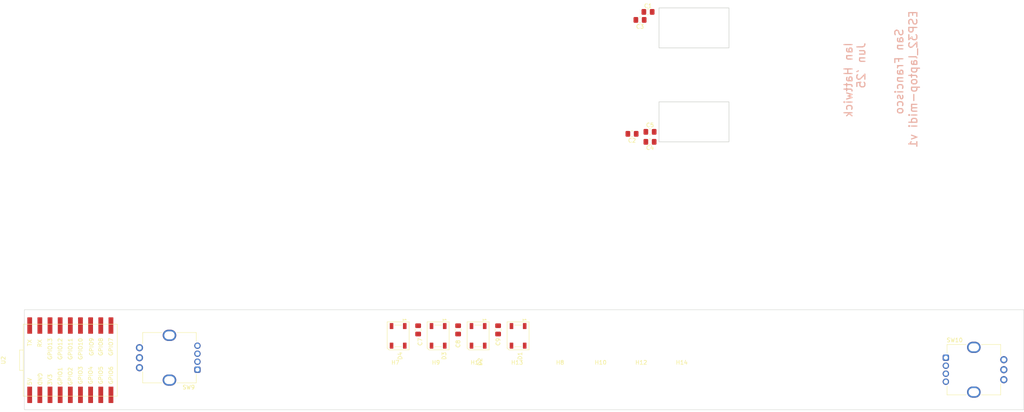
<source format=kicad_pcb>
(kicad_pcb (version 20240108) (generator "pcbnew") (generator_version "8.0")
  (layers (0 "F.Cu" signal) (31 "B.Cu" signal) (34 "B.Paste" user) (35 "F.Paste" user) (36 "B.SilkS" user "B.Silkscreen") (37 "F.SilkS" user "F.Silkscreen") (38 "B.Mask" user) (39 "F.Mask" user) (44 "Edge.Cuts" user))
  (net 0 "")
  (net 1 "/A1")
  (net 2 "+3.3V")
  (net 3 "GND")
  (net 4 "/A2")
  (net 5 "/A3")
  (net 6 "/A0")
  (net 7 "/A8")
  (net 8 "/A9")
  (net 9 "/D0")
  (net 10 "+5V")
  (net 11 "/DI")
  (net 12 "Net-(D1-DOUT)")
  (net 13 "Net-(D2-DOUT)")
  (net 14 "Net-(D3-DOUT)")
  (net 16 "/EncA1")
  (net 17 "/EncB2")
  (net 18 "/EncB1")
  (net 19 "/EncA2")
  (footprint "MountingHole:MountingHole_4.3mm_M4" (layer "F.Cu") (at 154 118.5)
    (property "Reference" "H8" (at 0 -5.3 0) (layer "F.SilkS"))
    (property "Value" "MountingHole_Pad")
    (pad "" np_thru_hole circle (at 0 0) (size 4.3 4.3) (drill 4.3) (layers "*.Cu" "*.Mask"))
  )
  (footprint "MountingHole:MountingHole_4.3mm_M4" (layer "F.Cu") (at 164.15 118.5)
    (property "Reference" "H10" (at 0 -5.3 0) (layer "F.SilkS"))
    (property "Value" "MountingHole_Pad")
    (pad "" np_thru_hole circle (at 0 0) (size 4.3 4.3) (drill 4.3) (layers "*.Cu" "*.Mask"))
  )
  (footprint "LED_SMD:LED_WS2812B_PLCC4_5.0x5.0mm_P3.2mm" (layer "F.Cu") (at 123.5 106.5375 -90)
    (property "Reference" "D3" (at 5 -1.5 90) (layer "F.SilkS"))
    (property "Value" "WS2812B")
    (fp_line (start -3.5 2.75) (end 3.05 2.75) (stroke (width 0.12)) (layer "F.SilkS"))
    (fp_line (start 3.05 2.75) (end 3.5 2.3) (stroke (width 0.12)) (layer "F.SilkS"))
    (fp_line (start 3.5 2.3) (end 3.5 -2.75) (stroke (width 0.12)) (layer "F.SilkS"))
    (fp_line (start -2.7 0.9) (end -2.7 -0.9) (stroke (width 0.12)) (layer "F.SilkS"))
    (fp_line (start 2.7 0.9) (end 2.7 -0.9) (stroke (width 0.12)) (layer "F.SilkS"))
    (fp_line (start -3.5 -2.75) (end -3.5 2.75) (stroke (width 0.12)) (layer "F.SilkS"))
    (fp_line (start -3.5 -2.75) (end 3.5 -2.75) (stroke (width 0.12)) (layer "F.SilkS"))
    (fp_text user "1" (at -4 -1.6 -90) (layer "F.SilkS") (effects (font (size 0.8 0.8))))
    (pad "1" smd roundrect (at -2.45 -1.65 270) (size 1.5 0.9) (layers "F.Cu" "F.Paste" "F.Mask") (roundrect_rratio 0.1) (net 2 "+3.3V"))
    (pad "2" smd roundrect (at -2.45 1.65 270) (size 1.5 0.9) (layers "F.Cu" "F.Paste" "F.Mask") (roundrect_rratio 0.1) (net 14 "Net-(D3-DOUT)"))
    (pad "3" smd roundrect (at 2.45 1.65 270) (size 1.5 0.9) (layers "F.Cu" "F.Paste" "F.Mask") (roundrect_rratio 0.1) (net 3 "GND"))
    (pad "4" smd roundrect (at 2.45 -1.65 270) (size 1.5 0.9) (layers "F.Cu" "F.Paste" "F.Mask") (roundrect_rratio 0.1) (net 13 "Net-(D2-DOUT)"))
  )
  (footprint "MountingHole:MountingHole_4.3mm_M4" (layer "F.Cu") (at 133.1 118.5)
    (property "Reference" "H11" (at 0 -5.3 0) (layer "F.SilkS"))
    (property "Value" "MountingHole_Pad")
    (pad "" np_thru_hole circle (at 0 0) (size 4.3 4.3) (drill 4.3) (layers "*.Cu" "*.Mask"))
  )
  (footprint "LED_SMD:LED_WS2812B_PLCC4_5.0x5.0mm_P3.2mm" (layer "F.Cu") (at 113.5 106.5375 -90)
    (property "Reference" "D4" (at 5 -0.5 90) (layer "F.SilkS"))
    (property "Value" "WS2812B")
    (fp_line (start -3.5 2.75) (end 3.05 2.75) (stroke (width 0.12)) (layer "F.SilkS"))
    (fp_line (start 3.05 2.75) (end 3.5 2.3) (stroke (width 0.12)) (layer "F.SilkS"))
    (fp_line (start 3.5 2.3) (end 3.5 -2.75) (stroke (width 0.12)) (layer "F.SilkS"))
    (fp_line (start -2.7 0.9) (end -2.7 -0.9) (stroke (width 0.12)) (layer "F.SilkS"))
    (fp_line (start 2.7 0.9) (end 2.7 -0.9) (stroke (width 0.12)) (layer "F.SilkS"))
    (fp_line (start -3.5 -2.75) (end -3.5 2.75) (stroke (width 0.12)) (layer "F.SilkS"))
    (fp_line (start -3.5 -2.75) (end 3.5 -2.75) (stroke (width 0.12)) (layer "F.SilkS"))
    (fp_text user "1" (at -4 -1.6 -90) (layer "F.SilkS") (effects (font (size 0.8 0.8))))
    (pad "1" smd roundrect (at -2.45 -1.65 270) (size 1.5 0.9) (layers "F.Cu" "F.Paste" "F.Mask") (roundrect_rratio 0.1) (net 2 "+3.3V"))
    (pad "2" smd roundrect (at -2.45 1.65 270) (size 1.5 0.9) (layers "F.Cu" "F.Paste" "F.Mask") (roundrect_rratio 0.1))
    (pad "3" smd roundrect (at 2.45 1.65 270) (size 1.5 0.9) (layers "F.Cu" "F.Paste" "F.Mask") (roundrect_rratio 0.1) (net 3 "GND"))
    (pad "4" smd roundrect (at 2.45 -1.65 270) (size 1.5 0.9) (layers "F.Cu" "F.Paste" "F.Mask") (roundrect_rratio 0.1) (net 14 "Net-(D3-DOUT)"))
  )
  (footprint "Capacitor_SMD:C_0805_2012Metric_Pad1.18x1.45mm_HandSolder" (layer "F.Cu") (at 128.5 105.0375 90)
    (property "Reference" "C8" (at -3.5 0 90) (layer "F.SilkS"))
    (property "Value" "0.1uF")
    (fp_line (start -0.261252 -0.735) (end 0.261252 -0.735) (stroke (width 0.12)) (layer "F.SilkS"))
    (fp_line (start -0.261252 0.735) (end 0.261252 0.735) (stroke (width 0.12)) (layer "F.SilkS"))
    (pad "1" smd roundrect (at -1.0375 0 90) (size 1.175 1.45) (layers "F.Cu" "F.Paste" "F.Mask") (roundrect_rratio 0.212766) (net 3 "GND"))
    (pad "2" smd roundrect (at 1.0375 0 90) (size 1.175 1.45) (layers "F.Cu" "F.Paste" "F.Mask") (roundrect_rratio 0.212766) (net 2 "+3.3V"))
  )
  (footprint "MountingHole:MountingHole_4.3mm_M4" (layer "F.Cu") (at 112.8 118.5)
    (property "Reference" "H7" (at 0 -5.3 0) (layer "F.SilkS"))
    (property "Value" "MountingHole_Pad")
    (pad "" np_thru_hole circle (at 0 0) (size 4.3 4.3) (drill 4.3) (layers "*.Cu" "*.Mask"))
  )
  (footprint "MountingHole:MountingHole_3.2mm_M3" (layer "F.Cu") (at 132 88 90)
    (property "Reference" "H6" (hide yes))
    (property "Value" "MountingHole")
    (pad "" np_thru_hole circle (at 0 -1 90) (size 3.2 3.2) (drill 3.2) (layers "F&B.Cu" "*.Mask"))
  )
  (footprint "LED_SMD:LED_WS2812B_PLCC4_5.0x5.0mm_P3.2mm" (layer "F.Cu") (at 133.5 106.5375 -90)
    (property "Reference" "D2" (at 6.5 -0.5 90) (layer "F.SilkS"))
    (property "Value" "WS2812B")
    (fp_line (start -3.5 2.75) (end 3.05 2.75) (stroke (width 0.12)) (layer "F.SilkS"))
    (fp_line (start 3.05 2.75) (end 3.5 2.3) (stroke (width 0.12)) (layer "F.SilkS"))
    (fp_line (start 3.5 2.3) (end 3.5 -2.75) (stroke (width 0.12)) (layer "F.SilkS"))
    (fp_line (start -2.7 0.9) (end -2.7 -0.9) (stroke (width 0.12)) (layer "F.SilkS"))
    (fp_line (start 2.7 0.9) (end 2.7 -0.9) (stroke (width 0.12)) (layer "F.SilkS"))
    (fp_line (start -3.5 -2.75) (end -3.5 2.75) (stroke (width 0.12)) (layer "F.SilkS"))
    (fp_line (start -3.5 -2.75) (end 3.5 -2.75) (stroke (width 0.12)) (layer "F.SilkS"))
    (fp_text user "1" (at -4 -1.6 -90) (layer "F.SilkS") (effects (font (size 0.8 0.8))))
    (pad "1" smd roundrect (at -2.45 -1.65 270) (size 1.5 0.9) (layers "F.Cu" "F.Paste" "F.Mask") (roundrect_rratio 0.1) (net 2 "+3.3V"))
    (pad "2" smd roundrect (at -2.45 1.65 270) (size 1.5 0.9) (layers "F.Cu" "F.Paste" "F.Mask") (roundrect_rratio 0.1) (net 13 "Net-(D2-DOUT)"))
    (pad "3" smd roundrect (at 2.45 1.65 270) (size 1.5 0.9) (layers "F.Cu" "F.Paste" "F.Mask") (roundrect_rratio 0.1) (net 3 "GND"))
    (pad "4" smd roundrect (at 2.45 -1.65 270) (size 1.5 0.9) (layers "F.Cu" "F.Paste" "F.Mask") (roundrect_rratio 0.1) (net 12 "Net-(D1-DOUT)"))
  )
  (footprint "MountingHole:MountingHole_4.3mm_M4" (layer "F.Cu") (at 143.25 118.5)
    (property "Reference" "H13" (at 0 -5.3 0) (layer "F.SilkS"))
    (property "Value" "MountingHole_Pad")
    (pad "" np_thru_hole circle (at 0 0) (size 4.3 4.3) (drill 4.3) (layers "*.Cu" "*.Mask"))
  )
  (footprint "Capacitor_SMD:C_0805_2012Metric_Pad1.18x1.45mm_HandSolder" (layer "F.Cu") (at 138.5 105.0375 90)
    (property "Reference" "C9" (at -3 0 90) (layer "F.SilkS"))
    (property "Value" "0.1uF")
    (fp_line (start -0.261252 -0.735) (end 0.261252 -0.735) (stroke (width 0.12)) (layer "F.SilkS"))
    (fp_line (start -0.261252 0.735) (end 0.261252 0.735) (stroke (width 0.12)) (layer "F.SilkS"))
    (pad "1" smd roundrect (at -1.0375 0 90) (size 1.175 1.45) (layers "F.Cu" "F.Paste" "F.Mask") (roundrect_rratio 0.212766) (net 3 "GND"))
    (pad "2" smd roundrect (at 1.0375 0 90) (size 1.175 1.45) (layers "F.Cu" "F.Paste" "F.Mask") (roundrect_rratio 0.212766) (net 2 "+3.3V"))
  )
  (footprint "Capacitor_SMD:C_0805_2012Metric_Pad1.18x1.45mm_HandSolder" (layer "F.Cu") (at 118.5 105.0375 90)
    (property "Reference" "C7" (at -3 0.5 90) (layer "F.SilkS"))
    (property "Value" "0.1uF")
    (fp_line (start -0.261252 -0.735) (end 0.261252 -0.735) (stroke (width 0.12)) (layer "F.SilkS"))
    (fp_line (start -0.261252 0.735) (end 0.261252 0.735) (stroke (width 0.12)) (layer "F.SilkS"))
    (pad "1" smd roundrect (at -1.0375 0 90) (size 1.175 1.45) (layers "F.Cu" "F.Paste" "F.Mask") (roundrect_rratio 0.212766) (net 3 "GND"))
    (pad "2" smd roundrect (at 1.0375 0 90) (size 1.175 1.45) (layers "F.Cu" "F.Paste" "F.Mask") (roundrect_rratio 0.212766) (net 2 "+3.3V"))
  )
  (footprint "MountingHole:MountingHole_3.2mm_M3" (layer "F.Cu") (at 247 56)
    (property "Reference" "H4" (hide yes))
    (property "Value" "MountingHole")
    (pad "" np_thru_hole circle (at 0 0) (size 3.2 3.2) (drill 3.2) (layers "F&B.Cu" "*.Mask"))
  )
  (footprint "ih_kicad:Wifiduino-ESP32S3-SMD" (layer "F.Cu") (at 31.5 112.62 90)
    (property "Reference" "U2" (at 0 -16.74 90) (layer "F.SilkS"))
    (property "Value" "~")
    (fp_line (start 2.54 -12.7) (end 2.54 -11.75) (stroke (width 0.12)) (layer "F.SilkS"))
    (fp_line (start -2.54 -12.7) (end 2.54 -12.7) (stroke (width 0.12)) (layer "F.SilkS"))
    (fp_line (start 9 -11.75) (end -9 -11.75) (stroke (width 0.12)) (layer "F.SilkS"))
    (fp_line (start -2.54 -11.75) (end -2.54 -12.7) (stroke (width 0.12)) (layer "F.SilkS"))
    (fp_line (start -9 -11.75) (end -9 11.75) (stroke (width 0.12)) (layer "F.SilkS"))
    (fp_line (start 9 11.75) (end 9 -11.75) (stroke (width 0.12)) (layer "F.SilkS"))
    (fp_line (start -9 11.75) (end 9 11.75) (stroke (width 0.12)) (layer "F.SilkS"))
    (fp_text user "TX" (at 5.309999 -10.16 90) (layer "F.SilkS") (effects (justify right)))
    (fp_text user "5V" (at -6.35 -10.16 90) (layer "F.SilkS") (effects (justify left)))
    (fp_text user "GPIO2" (at -6.35 0 90) (layer "F.SilkS") (effects (justify left)))
    (fp_text user "RX" (at 5.309999 -7.62 90) (layer "F.SilkS") (effects (justify right)))
    (fp_text user "GND" (at -6.35 -7.62 -90) (layer "F.SilkS") (effects (justify right)))
    (fp_text user "GPIO9" (at 1 5.309999 90) (layer "F.SilkS") (effects (justify left)))
    (fp_text user "GPIO7" (at 1 10.16 90) (layer "F.SilkS") (effects (justify left)))
    (fp_text user "GPIO11" (at 0 0 90) (layer "F.SilkS") (effects (justify left)))
    (fp_text user "GPIO8" (at 1 7.62 90) (layer "F.SilkS") (effects (justify left)))
    (fp_text user "GPIO10" (at 0 2.54 90) (layer "F.SilkS") (effects (justify left)))
    (fp_text user "GPIO4" (at -6.120001 5.08 90) (layer "F.SilkS") (effects (justify left)))
    (fp_text user "GPIO3" (at -6.120001 2.54 90) (layer "F.SilkS") (effects (justify left)))
    (fp_text user "3V3" (at -6.35 -5.08 90) (layer "F.SilkS") (effects (justify left)))
    (fp_text user "GPIO13" (at 0 -5.08 90) (layer "F.SilkS") (effects (justify left)))
    (fp_text user "GPIO5" (at -6.120001 7.62 90) (layer "F.SilkS") (effects (justify left)))
    (fp_text user "GPIO1" (at -6.35 -2.54 90) (layer "F.SilkS") (effects (justify left)))
    (fp_text user "GPIO12" (at 0 -2.54 90) (layer "F.SilkS") (effects (justify left)))
    (fp_text user "GPIO6" (at -6.120001 10.16 90) (layer "F.SilkS") (effects (justify left)))
    (pad "1" smd custom (at -7.62 -10.16) (size 1.2 2) (layers "F.Cu" "F.Paste" "F.Mask") (net 10 "+5V") (options (clearance outline) (anchor rect)) (primitives (gr_poly (pts (xy -0.5 3) (xy -0.5 -0.5) (xy 0.5 -0.5) (xy 0.5 3)) (width 0.2) (fill yes))))
    (pad "2" smd custom (at -7.62 -7.62) (size 1.2 2) (layers "F.Cu" "F.Paste" "F.Mask") (net 3 "GND") (options (clearance outline) (anchor rect)) (primitives (gr_poly (pts (xy -0.5 3) (xy -0.5 -0.5) (xy 0.5 -0.5) (xy 0.5 3)) (width 0.2) (fill yes))))
    (pad "3" smd custom (at -7.62 -5.08) (size 1.2 2) (layers "F.Cu" "F.Paste" "F.Mask") (net 2 "+3.3V") (options (clearance outline) (anchor rect)) (primitives (gr_poly (pts (xy -0.5 3) (xy -0.5 -0.5) (xy 0.5 -0.5) (xy 0.5 3)) (width 0.2) (fill yes))))
    (pad "4" smd custom (at -7.62 -2.54) (size 1.2 2) (layers "F.Cu" "F.Paste" "F.Mask") (net 6 "/A0") (options (clearance outline) (anchor rect)) (primitives (gr_poly (pts (xy -0.5 3) (xy -0.5 -0.5) (xy 0.5 -0.5) (xy 0.5 3)) (width 0.2) (fill yes))))
    (pad "5" smd custom (at -7.62 0) (size 1.2 2) (layers "F.Cu" "F.Paste" "F.Mask") (net 1 "/A1") (options (clearance outline) (anchor rect)) (primitives (gr_poly (pts (xy -0.5 3) (xy -0.5 -0.5) (xy 0.5 -0.5) (xy 0.5 3)) (width 0.2) (fill yes))))
    (pad "6" smd custom (at -7.62 2.54) (size 1.2 2) (layers "F.Cu" "F.Paste" "F.Mask") (net 4 "/A2") (options (clearance outline) (anchor rect)) (primitives (gr_poly (pts (xy -0.5 3) (xy -0.5 -0.5) (xy 0.5 -0.5) (xy 0.5 3)) (width 0.2) (fill yes))))
    (pad "7" smd custom (at -7.62 5.08) (size 1.2 2) (layers "F.Cu" "F.Paste" "F.Mask") (net 5 "/A3") (options (clearance outline) (anchor rect)) (primitives (gr_poly (pts (xy -0.5 3) (xy -0.5 -0.5) (xy 0.5 -0.5) (xy 0.5 3)) (width 0.2) (fill yes))))
    (pad "8" smd custom (at -7.62 7.62) (size 1.2 2) (layers "F.Cu" "F.Paste" "F.Mask") (net 16 "/EncA1") (options (clearance outline) (anchor rect)) (primitives (gr_poly (pts (xy -0.5 3) (xy -0.5 -0.5) (xy 0.5 -0.5) (xy 0.5 3)) (width 0.2) (fill yes))))
    (pad "9" smd custom (at -7.62 10.16) (size 1.2 2) (layers "F.Cu" "F.Paste" "F.Mask") (net 18 "/EncB1") (options (clearance outline) (anchor rect)) (primitives (gr_poly (pts (xy -0.5 3) (xy -0.5 -0.5) (xy 0.5 -0.5) (xy 0.5 3)) (width 0.2) (fill yes))))
    (pad "10" smd custom (at 7.62 10.16 180) (size 1.2 2) (layers "F.Cu" "F.Paste" "F.Mask") (net 19 "/EncA2") (options (clearance outline) (anchor rect)) (primitives (gr_poly (pts (xy -0.5 3) (xy -0.5 -0.5) (xy 0.5 -0.5) (xy 0.5 3)) (width 0.2) (fill yes))))
    (pad "11" smd custom (at 7.62 7.62 180) (size 1.2 2) (layers "F.Cu" "F.Paste" "F.Mask") (net 17 "/EncB2") (options (clearance outline) (anchor rect)) (primitives (gr_poly (pts (xy -0.5 3) (xy -0.5 -0.5) (xy 0.5 -0.5) (xy 0.5 3)) (width 0.2) (fill yes))))
    (pad "12" smd custom (at 7.62 5.08 180) (size 1.2 2) (layers "F.Cu" "F.Paste" "F.Mask") (net 7 "/A8") (options (clearance outline) (anchor rect)) (primitives (gr_poly (pts (xy -0.5 3) (xy -0.5 -0.5) (xy 0.5 -0.5) (xy 0.5 3)) (width 0.2) (fill yes))))
    (pad "13" smd custom (at 7.62 2.54 180) (size 1.2 2) (layers "F.Cu" "F.Paste" "F.Mask") (net 8 "/A9") (options (clearance outline) (anchor rect)) (primitives (gr_poly (pts (xy -0.5 3) (xy -0.5 -0.5) (xy 0.5 -0.5) (xy 0.5 3)) (width 0.2) (fill yes))))
    (pad "14" smd custom (at 7.62 0 180) (size 1.2 2) (layers "F.Cu" "F.Paste" "F.Mask") (net 9 "/D0") (options (clearance outline) (anchor rect)) (primitives (gr_poly (pts (xy -0.5 3) (xy -0.5 -0.5) (xy 0.5 -0.5) (xy 0.5 3)) (width 0.2) (fill yes))))
    (pad "15" smd custom (at 7.62 -2.54 180) (size 1.2 2) (layers "F.Cu" "F.Paste" "F.Mask") (options (clearance outline) (anchor rect)) (primitives (gr_poly (pts (xy -0.5 3) (xy -0.5 -0.5) (xy 0.5 -0.5) (xy 0.5 3)) (width 0.2) (fill yes))))
    (pad "16" smd custom (at 7.62 -5.08 180) (size 1.2 2) (layers "F.Cu" "F.Paste" "F.Mask") (options (clearance outline) (anchor rect)) (primitives (gr_poly (pts (xy -0.5 3) (xy -0.5 -0.5) (xy 0.5 -0.5) (xy 0.5 3)) (width 0.2) (fill yes))))
    (pad "17" smd custom (at 7.62 -7.62 180) (size 1.2 2) (layers "F.Cu" "F.Paste" "F.Mask") (net 11 "/DI") (options (clearance outline) (anchor rect)) (primitives (gr_poly (pts (xy -0.5 3) (xy -0.5 -0.5) (xy 0.5 -0.5) (xy 0.5 3)) (width 0.2) (fill yes))))
    (pad "18" smd custom (at 7.62 -10.16 180) (size 1.2 2) (layers "F.Cu" "F.Paste" "F.Mask") (options (clearance outline) (anchor rect)) (primitives (gr_poly (pts (xy -0.5 3) (xy -0.5 -0.5) (xy 0.5 -0.5) (xy 0.5 3)) (width 0.2) (fill yes))))
  )
  (footprint "MountingHole:MountingHole_4.3mm_M4" (layer "F.Cu") (at 122.95 118.5)
    (property "Reference" "H9" (at 0 -5.3 0) (layer "F.SilkS"))
    (property "Value" "MountingHole_Pad")
    (pad "" np_thru_hole circle (at 0 0) (size 4.3 4.3) (drill 4.3) (layers "*.Cu" "*.Mask"))
  )
  (footprint "MountingHole:MountingHole_4.3mm_M4" (layer "F.Cu") (at 184.45 118.5)
    (property "Reference" "H14" (at 0 -5.3 0) (layer "F.SilkS"))
    (property "Value" "MountingHole_Pad")
    (pad "" np_thru_hole circle (at 0 0) (size 4.3 4.3) (drill 4.3) (layers "*.Cu" "*.Mask"))
  )
  (footprint "MountingHole:MountingHole_3.2mm_M3" (layer "F.Cu") (at 201 55)
    (property "Reference" "H5" (hide yes))
    (property "Value" "MountingHole")
    (pad "" np_thru_hole circle (at 0 1) (size 3.2 3.2) (drill 3.2) (layers "F&B.Cu" "*.Mask"))
  )
  (footprint "LED_SMD:LED_WS2812B_PLCC4_5.0x5.0mm_P3.2mm" (layer "F.Cu") (at 143.5 106.5375 -90)
    (property "Reference" "D1" (at 5 -0.5 90) (layer "F.SilkS"))
    (property "Value" "WS2812B")
    (fp_line (start -3.5 2.75) (end 3.05 2.75) (stroke (width 0.12)) (layer "F.SilkS"))
    (fp_line (start 3.05 2.75) (end 3.5 2.3) (stroke (width 0.12)) (layer "F.SilkS"))
    (fp_line (start 3.5 2.3) (end 3.5 -2.75) (stroke (width 0.12)) (layer "F.SilkS"))
    (fp_line (start -2.7 0.9) (end -2.7 -0.9) (stroke (width 0.12)) (layer "F.SilkS"))
    (fp_line (start 2.7 0.9) (end 2.7 -0.9) (stroke (width 0.12)) (layer "F.SilkS"))
    (fp_line (start -3.5 -2.75) (end -3.5 2.75) (stroke (width 0.12)) (layer "F.SilkS"))
    (fp_line (start -3.5 -2.75) (end 3.5 -2.75) (stroke (width 0.12)) (layer "F.SilkS"))
    (fp_text user "1" (at -4 -1.6 -90) (layer "F.SilkS") (effects (font (size 0.8 0.8))))
    (pad "1" smd roundrect (at -2.45 -1.65 270) (size 1.5 0.9) (layers "F.Cu" "F.Paste" "F.Mask") (roundrect_rratio 0.1) (net 2 "+3.3V"))
    (pad "2" smd roundrect (at -2.45 1.65 270) (size 1.5 0.9) (layers "F.Cu" "F.Paste" "F.Mask") (roundrect_rratio 0.1) (net 12 "Net-(D1-DOUT)"))
    (pad "3" smd roundrect (at 2.45 1.65 270) (size 1.5 0.9) (layers "F.Cu" "F.Paste" "F.Mask") (roundrect_rratio 0.1) (net 3 "GND"))
    (pad "4" smd roundrect (at 2.45 -1.65 270) (size 1.5 0.9) (layers "F.Cu" "F.Paste" "F.Mask") (roundrect_rratio 0.1) (net 11 "/DI"))
  )
  (footprint "MountingHole:MountingHole_4.3mm_M4" (layer "F.Cu") (at 174.3 118.5)
    (property "Reference" "H12" (at 0 -5.3 0) (layer "F.SilkS"))
    (property "Value" "MountingHole_Pad")
    (pad "" np_thru_hole circle (at 0 0) (size 4.3 4.3) (drill 4.3) (layers "*.Cu" "*.Mask"))
  )
  (footprint "Capacitor_SMD:C_0805_2012Metric_Pad1.18x1.45mm_HandSolder" (layer "F.Cu") (at 172 56 180)
    (property "Reference" "C2" (at 0 -1.68 180) (layer "F.SilkS"))
    (property "Value" "0.1uF")
    (fp_line (start -0.261252 0.735) (end 0.261252 0.735) (stroke (width 0.12)) (layer "F.SilkS"))
    (fp_line (start -0.261252 -0.735) (end 0.261252 -0.735) (stroke (width 0.12)) (layer "F.SilkS"))
    (pad "1" smd roundrect (at -1.0375 0 180) (size 1.175 1.45) (layers "F.Cu" "F.Paste" "F.Mask") (roundrect_rratio 0.212766) (net 3 "GND"))
    (pad "2" smd roundrect (at 1.0375 0 180) (size 1.175 1.45) (layers "F.Cu" "F.Paste" "F.Mask") (roundrect_rratio 0.212766) (net 2 "+3.3V"))
  )
  (footprint "Rotary_Encoder:RotaryEncoder_Bourns_Vertical_PEL12D-4xxxF-Sxxxx" (layer "F.Cu") (at 63.3 115 180)
    (property "Reference" "SW9" (at 2.2 -4.4 0) (layer "F.SilkS"))
    (property "Value" "RotaryEncoder")
    (fp_line (start 13.7 9.3) (end 8.9 9.3) (stroke (width 0.12)) (layer "F.SilkS"))
    (fp_line (start 13.7 6.5) (end 13.7 9.3) (stroke (width 0.12)) (layer "F.SilkS"))
    (fp_line (start 13.7 -3.3) (end 13.7 -0.5) (stroke (width 0.12)) (layer "F.SilkS"))
    (fp_line (start 8.9 -3.3) (end 13.7 -3.3) (stroke (width 0.12)) (layer "F.SilkS"))
    (fp_line (start 5.1 -3.3) (end 0.3 -3.3) (stroke (width 0.12)) (layer "F.SilkS"))
    (fp_line (start 0.3 9.3) (end 5.1 9.3) (stroke (width 0.12)) (layer "F.SilkS"))
    (fp_line (start 0.3 7.1) (end 0.3 9.3) (stroke (width 0.12)) (layer "F.SilkS"))
    (fp_line (start 0.3 -3.3) (end 0.3 -1.1) (stroke (width 0.12)) (layer "F.SilkS"))
    (pad "1" thru_hole roundrect (at 0 0 270) (size 1.6 1.6) (drill 1) (layers "*.Cu" "*.Mask"))
    (pad "2" thru_hole circle (at 0 2 270) (size 1.6 1.6) (drill 1) (layers "*.Cu" "*.Mask"))
    (pad "3" thru_hole circle (at 0 4 270) (size 1.6 1.6) (drill 1) (layers "*.Cu" "*.Mask"))
    (pad "4" thru_hole circle (at 0 6 270) (size 1.6 1.6) (drill 1) (layers "*.Cu" "*.Mask"))
    (pad "A" thru_hole circle (at 14.5 5.5 270) (size 1.8 1.8) (drill 1.1) (layers "*.Cu" "*.Mask") (net 16 "/EncA1"))
    (pad "B" thru_hole circle (at 14.5 3 270) (size 1.8 1.8) (drill 1.1) (layers "*.Cu" "*.Mask") (net 18 "/EncB1"))
    (pad "C" thru_hole circle (at 14.5 0.5 270) (size 1.8 1.8) (drill 1.1) (layers "*.Cu" "*.Mask") (net 3 "GND"))
    (pad "SH" thru_hole oval (at 7 -2.6 270) (size 2.8 3.4) (drill oval 2 2.6) (layers "*.Cu" "*.Mask"))
    (pad "SH" thru_hole oval (at 7 8.6) (size 3.4 2.8) (drill oval 2.6 2) (layers "*.Cu" "*.Mask"))
  )
  (footprint "Rotary_Encoder:RotaryEncoder_Bourns_Vertical_PEL12D-4xxxF-Sxxxx" (layer "F.Cu") (at 250.5 112)
    (property "Reference" "SW10" (at 2.2 -4.4 180) (layer "F.SilkS"))
    (property "Value" "RotaryEncoder")
    (fp_line (start 0.3 -3.3) (end 0.3 -1.1) (stroke (width 0.12)) (layer "F.SilkS"))
    (fp_line (start 0.3 7.1) (end 0.3 9.3) (stroke (width 0.12)) (layer "F.SilkS"))
    (fp_line (start 0.3 9.3) (end 5.1 9.3) (stroke (width 0.12)) (layer "F.SilkS"))
    (fp_line (start 5.1 -3.3) (end 0.3 -3.3) (stroke (width 0.12)) (layer "F.SilkS"))
    (fp_line (start 8.9 -3.3) (end 13.7 -3.3) (stroke (width 0.12)) (layer "F.SilkS"))
    (fp_line (start 13.7 -3.3) (end 13.7 -0.5) (stroke (width 0.12)) (layer "F.SilkS"))
    (fp_line (start 13.7 6.5) (end 13.7 9.3) (stroke (width 0.12)) (layer "F.SilkS"))
    (fp_line (start 13.7 9.3) (end 8.9 9.3) (stroke (width 0.12)) (layer "F.SilkS"))
    (pad "1" thru_hole roundrect (at 0 0 90) (size 1.6 1.6) (drill 1) (layers "*.Cu" "*.Mask"))
    (pad "2" thru_hole circle (at 0 2 90) (size 1.6 1.6) (drill 1) (layers "*.Cu" "*.Mask"))
    (pad "3" thru_hole circle (at 0 4 90) (size 1.6 1.6) (drill 1) (layers "*.Cu" "*.Mask"))
    (pad "4" thru_hole circle (at 0 6 90) (size 1.6 1.6) (drill 1) (layers "*.Cu" "*.Mask"))
    (pad "A" thru_hole circle (at 14.5 5.5 90) (size 1.8 1.8) (drill 1.1) (layers "*.Cu" "*.Mask") (net 19 "/EncA2"))
    (pad "B" thru_hole circle (at 14.5 3 90) (size 1.8 1.8) (drill 1.1) (layers "*.Cu" "*.Mask") (net 17 "/EncB2"))
    (pad "C" thru_hole circle (at 14.5 0.5 90) (size 1.8 1.8) (drill 1.1) (layers "*.Cu" "*.Mask") (net 3 "GND"))
    (pad "SH" thru_hole oval (at 7 -2.6 90) (size 2.8 3.4) (drill oval 2 2.6) (layers "*.Cu" "*.Mask"))
    (pad "SH" thru_hole oval (at 7 8.6 180) (size 3.4 2.8) (drill oval 2.6 2) (layers "*.Cu" "*.Mask"))
  )
  (footprint "Capacitor_SMD:C_0805_2012Metric_Pad1.18x1.45mm_HandSolder" (layer "F.Cu") (at 174 27.5 180)
    (property "Reference" "C3" (at 0 -1.68 0) (layer "F.SilkS"))
    (property "Value" "10nF")
    (fp_line (start -0.261252 0.735) (end 0.261252 0.735) (stroke (width 0.12)) (layer "F.SilkS"))
    (fp_line (start -0.261252 -0.735) (end 0.261252 -0.735) (stroke (width 0.12)) (layer "F.SilkS"))
    (pad "1" smd roundrect (at -1.0375 0 180) (size 1.175 1.45) (layers "F.Cu" "F.Paste" "F.Mask") (roundrect_rratio 0.212766) (net 3 "GND"))
    (pad "2" smd roundrect (at 1.0375 0 180) (size 1.175 1.45) (layers "F.Cu" "F.Paste" "F.Mask") (roundrect_rratio 0.212766) (net 16 "/EncA1"))
  )
  (footprint "MountingHole:MountingHole_3.2mm_M3" (layer "F.Cu") (at 201 26)
    (property "Reference" "H2" (hide yes))
    (property "Value" "MountingHole")
    (pad "" np_thru_hole circle (at 0 0) (size 3.2 3.2) (drill 3.2) (layers "F&B.Cu" "*.Mask"))
  )
  (footprint "MountingHole:MountingHole_3.2mm_M3" (layer "F.Cu") (at 110.5 86 90)
    (property "Reference" "H3" (hide yes))
    (property "Value" "MountingHole")
    (pad "" np_thru_hole circle (at 0 0.5 90) (size 3.2 3.2) (drill 3.2) (layers "F&B.Cu" "*.Mask"))
  )
  (footprint "Capacitor_SMD:C_0805_2012Metric_Pad1.18x1.45mm_HandSolder" (layer "F.Cu") (at 176 25.5 180)
    (property "Reference" "C1" (at 0 1.5 0) (layer "F.SilkS"))
    (property "Value" "10nF")
    (fp_line (start -0.261252 0.735) (end 0.261252 0.735) (stroke (width 0.12)) (layer "F.SilkS"))
    (fp_line (start -0.261252 -0.735) (end 0.261252 -0.735) (stroke (width 0.12)) (layer "F.SilkS"))
    (pad "1" smd roundrect (at -1.0375 0 180) (size 1.175 1.45) (layers "F.Cu" "F.Paste" "F.Mask") (roundrect_rratio 0.212766) (net 18 "/EncB1"))
    (pad "2" smd roundrect (at 1.0375 0 180) (size 1.175 1.45) (layers "F.Cu" "F.Paste" "F.Mask") (roundrect_rratio 0.212766) (net 3 "GND"))
  )
  (footprint "Capacitor_SMD:C_0805_2012Metric_Pad1.18x1.45mm_HandSolder" (layer "F.Cu") (at 176.5 58 180)
    (property "Reference" "C4" (at 0 -1.5 0) (layer "F.SilkS"))
    (property "Value" "10nF")
    (fp_line (start -0.261252 0.735) (end 0.261252 0.735) (stroke (width 0.12)) (layer "F.SilkS"))
    (fp_line (start -0.261252 -0.735) (end 0.261252 -0.735) (stroke (width 0.12)) (layer "F.SilkS"))
    (pad "1" smd roundrect (at -1.0375 0 180) (size 1.175 1.45) (layers "F.Cu" "F.Paste" "F.Mask") (roundrect_rratio 0.212766) (net 17 "/EncB2"))
    (pad "2" smd roundrect (at 1.0375 0 180) (size 1.175 1.45) (layers "F.Cu" "F.Paste" "F.Mask") (roundrect_rratio 0.212766) (net 3 "GND"))
  )
  (footprint "Capacitor_SMD:C_0805_2012Metric_Pad1.18x1.45mm_HandSolder" (layer "F.Cu") (at 176.5 55.5)
    (property "Reference" "C5" (at 0 -1.68 0) (layer "F.SilkS"))
    (property "Value" "10nF")
    (fp_line (start -0.261252 -0.735) (end 0.261252 -0.735) (stroke (width 0.12)) (layer "F.SilkS"))
    (fp_line (start -0.261252 0.735) (end 0.261252 0.735) (stroke (width 0.12)) (layer "F.SilkS"))
    (pad "1" smd roundrect (at -1.0375 0) (size 1.175 1.45) (layers "F.Cu" "F.Paste" "F.Mask") (roundrect_rratio 0.212766) (net 3 "GND"))
    (pad "2" smd roundrect (at 1.0375 0) (size 1.175 1.45) (layers "F.Cu" "F.Paste" "F.Mask") (roundrect_rratio 0.212766) (net 19 "/EncA2"))
  )
  (footprint "MountingHole:MountingHole_3.2mm_M3" (layer "F.Cu") (at 247 26)
    (property "Reference" "H1" (hide yes))
    (property "Value" "MountingHole")
    (pad "" np_thru_hole circle (at 0 0) (size 3.2 3.2) (drill 3.2) (layers "F&B.Cu" "*.Mask"))
  )
  (gr_rect (start 20 100) (end 270 125) (stroke (width 0.1)) (fill none) (layer "Edge.Cuts"))
  (gr_rect (start 178.75 24.5) (end 196.25 34.5) (stroke (width 0.15)) (fill none) (layer "Edge.Cuts"))
  (gr_rect (start 178.75 48) (end 196.25 58) (stroke (width 0.15)) (fill none) (layer "Edge.Cuts"))
  (gr_text "Ian Hattwick \nJun '25" (at 230.5 33 90) (layer "B.SilkS") (effects (font (size 2 2) (thickness 0.3) (bold yes)) (justify left bottom mirror)))
  (gr_text "San Francisco" (at 240 29.5 90) (layer "B.SilkS") (effects (font (size 2 2) (thickness 0.3) (bold yes)) (justify left bottom mirror)))
  (gr_text "ESP32_laptop-midi v1" (at 243.5 25 90) (layer "B.SilkS") (effects (font (size 2 2) (thickness 0.3) (bold yes)) (justify left bottom mirror)))
)
</source>
